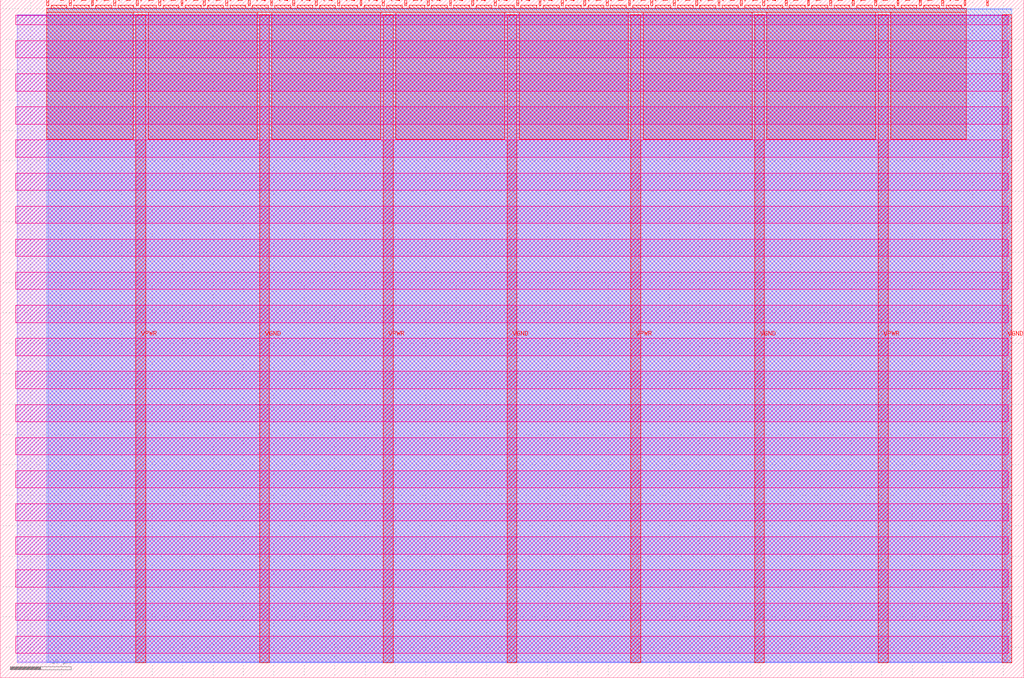
<source format=lef>
VERSION 5.7 ;
  NOWIREEXTENSIONATPIN ON ;
  DIVIDERCHAR "/" ;
  BUSBITCHARS "[]" ;
MACRO tt_um_RELOG_10M_Juan_Garcial
  CLASS BLOCK ;
  FOREIGN tt_um_RELOG_10M_Juan_Garcial ;
  ORIGIN 0.000 0.000 ;
  SIZE 168.360 BY 111.520 ;
  PIN VGND
    DIRECTION INOUT ;
    USE GROUND ;
    PORT
      LAYER met4 ;
        RECT 42.670 2.480 44.270 109.040 ;
    END
    PORT
      LAYER met4 ;
        RECT 83.380 2.480 84.980 109.040 ;
    END
    PORT
      LAYER met4 ;
        RECT 124.090 2.480 125.690 109.040 ;
    END
    PORT
      LAYER met4 ;
        RECT 164.800 2.480 166.400 109.040 ;
    END
  END VGND
  PIN VPWR
    DIRECTION INOUT ;
    USE POWER ;
    PORT
      LAYER met4 ;
        RECT 22.315 2.480 23.915 109.040 ;
    END
    PORT
      LAYER met4 ;
        RECT 63.025 2.480 64.625 109.040 ;
    END
    PORT
      LAYER met4 ;
        RECT 103.735 2.480 105.335 109.040 ;
    END
    PORT
      LAYER met4 ;
        RECT 144.445 2.480 146.045 109.040 ;
    END
  END VPWR
  PIN clk
    DIRECTION INPUT ;
    USE SIGNAL ;
    ANTENNAGATEAREA 0.852000 ;
    PORT
      LAYER met4 ;
        RECT 158.550 110.520 158.850 111.520 ;
    END
  END clk
  PIN ena
    DIRECTION INPUT ;
    USE SIGNAL ;
    PORT
      LAYER met4 ;
        RECT 162.230 110.520 162.530 111.520 ;
    END
  END ena
  PIN rst_n
    DIRECTION INPUT ;
    USE SIGNAL ;
    ANTENNAGATEAREA 0.196500 ;
    PORT
      LAYER met4 ;
        RECT 154.870 110.520 155.170 111.520 ;
    END
  END rst_n
  PIN ui_in[0]
    DIRECTION INPUT ;
    USE SIGNAL ;
    ANTENNAGATEAREA 0.213000 ;
    PORT
      LAYER met4 ;
        RECT 151.190 110.520 151.490 111.520 ;
    END
  END ui_in[0]
  PIN ui_in[1]
    DIRECTION INPUT ;
    USE SIGNAL ;
    ANTENNAGATEAREA 0.213000 ;
    PORT
      LAYER met4 ;
        RECT 147.510 110.520 147.810 111.520 ;
    END
  END ui_in[1]
  PIN ui_in[2]
    DIRECTION INPUT ;
    USE SIGNAL ;
    ANTENNAGATEAREA 0.196500 ;
    PORT
      LAYER met4 ;
        RECT 143.830 110.520 144.130 111.520 ;
    END
  END ui_in[2]
  PIN ui_in[3]
    DIRECTION INPUT ;
    USE SIGNAL ;
    ANTENNAGATEAREA 0.196500 ;
    PORT
      LAYER met4 ;
        RECT 140.150 110.520 140.450 111.520 ;
    END
  END ui_in[3]
  PIN ui_in[4]
    DIRECTION INPUT ;
    USE SIGNAL ;
    PORT
      LAYER met4 ;
        RECT 136.470 110.520 136.770 111.520 ;
    END
  END ui_in[4]
  PIN ui_in[5]
    DIRECTION INPUT ;
    USE SIGNAL ;
    PORT
      LAYER met4 ;
        RECT 132.790 110.520 133.090 111.520 ;
    END
  END ui_in[5]
  PIN ui_in[6]
    DIRECTION INPUT ;
    USE SIGNAL ;
    PORT
      LAYER met4 ;
        RECT 129.110 110.520 129.410 111.520 ;
    END
  END ui_in[6]
  PIN ui_in[7]
    DIRECTION INPUT ;
    USE SIGNAL ;
    PORT
      LAYER met4 ;
        RECT 125.430 110.520 125.730 111.520 ;
    END
  END ui_in[7]
  PIN uio_in[0]
    DIRECTION INPUT ;
    USE SIGNAL ;
    PORT
      LAYER met4 ;
        RECT 121.750 110.520 122.050 111.520 ;
    END
  END uio_in[0]
  PIN uio_in[1]
    DIRECTION INPUT ;
    USE SIGNAL ;
    PORT
      LAYER met4 ;
        RECT 118.070 110.520 118.370 111.520 ;
    END
  END uio_in[1]
  PIN uio_in[2]
    DIRECTION INPUT ;
    USE SIGNAL ;
    PORT
      LAYER met4 ;
        RECT 114.390 110.520 114.690 111.520 ;
    END
  END uio_in[2]
  PIN uio_in[3]
    DIRECTION INPUT ;
    USE SIGNAL ;
    PORT
      LAYER met4 ;
        RECT 110.710 110.520 111.010 111.520 ;
    END
  END uio_in[3]
  PIN uio_in[4]
    DIRECTION INPUT ;
    USE SIGNAL ;
    PORT
      LAYER met4 ;
        RECT 107.030 110.520 107.330 111.520 ;
    END
  END uio_in[4]
  PIN uio_in[5]
    DIRECTION INPUT ;
    USE SIGNAL ;
    PORT
      LAYER met4 ;
        RECT 103.350 110.520 103.650 111.520 ;
    END
  END uio_in[5]
  PIN uio_in[6]
    DIRECTION INPUT ;
    USE SIGNAL ;
    PORT
      LAYER met4 ;
        RECT 99.670 110.520 99.970 111.520 ;
    END
  END uio_in[6]
  PIN uio_in[7]
    DIRECTION INPUT ;
    USE SIGNAL ;
    PORT
      LAYER met4 ;
        RECT 95.990 110.520 96.290 111.520 ;
    END
  END uio_in[7]
  PIN uio_oe[0]
    DIRECTION OUTPUT TRISTATE ;
    USE SIGNAL ;
    PORT
      LAYER met4 ;
        RECT 33.430 110.520 33.730 111.520 ;
    END
  END uio_oe[0]
  PIN uio_oe[1]
    DIRECTION OUTPUT TRISTATE ;
    USE SIGNAL ;
    PORT
      LAYER met4 ;
        RECT 29.750 110.520 30.050 111.520 ;
    END
  END uio_oe[1]
  PIN uio_oe[2]
    DIRECTION OUTPUT TRISTATE ;
    USE SIGNAL ;
    PORT
      LAYER met4 ;
        RECT 26.070 110.520 26.370 111.520 ;
    END
  END uio_oe[2]
  PIN uio_oe[3]
    DIRECTION OUTPUT TRISTATE ;
    USE SIGNAL ;
    PORT
      LAYER met4 ;
        RECT 22.390 110.520 22.690 111.520 ;
    END
  END uio_oe[3]
  PIN uio_oe[4]
    DIRECTION OUTPUT TRISTATE ;
    USE SIGNAL ;
    PORT
      LAYER met4 ;
        RECT 18.710 110.520 19.010 111.520 ;
    END
  END uio_oe[4]
  PIN uio_oe[5]
    DIRECTION OUTPUT TRISTATE ;
    USE SIGNAL ;
    PORT
      LAYER met4 ;
        RECT 15.030 110.520 15.330 111.520 ;
    END
  END uio_oe[5]
  PIN uio_oe[6]
    DIRECTION OUTPUT TRISTATE ;
    USE SIGNAL ;
    PORT
      LAYER met4 ;
        RECT 11.350 110.520 11.650 111.520 ;
    END
  END uio_oe[6]
  PIN uio_oe[7]
    DIRECTION OUTPUT TRISTATE ;
    USE SIGNAL ;
    PORT
      LAYER met4 ;
        RECT 7.670 110.520 7.970 111.520 ;
    END
  END uio_oe[7]
  PIN uio_out[0]
    DIRECTION OUTPUT TRISTATE ;
    USE SIGNAL ;
    PORT
      LAYER met4 ;
        RECT 62.870 110.520 63.170 111.520 ;
    END
  END uio_out[0]
  PIN uio_out[1]
    DIRECTION OUTPUT TRISTATE ;
    USE SIGNAL ;
    PORT
      LAYER met4 ;
        RECT 59.190 110.520 59.490 111.520 ;
    END
  END uio_out[1]
  PIN uio_out[2]
    DIRECTION OUTPUT TRISTATE ;
    USE SIGNAL ;
    PORT
      LAYER met4 ;
        RECT 55.510 110.520 55.810 111.520 ;
    END
  END uio_out[2]
  PIN uio_out[3]
    DIRECTION OUTPUT TRISTATE ;
    USE SIGNAL ;
    PORT
      LAYER met4 ;
        RECT 51.830 110.520 52.130 111.520 ;
    END
  END uio_out[3]
  PIN uio_out[4]
    DIRECTION OUTPUT TRISTATE ;
    USE SIGNAL ;
    PORT
      LAYER met4 ;
        RECT 48.150 110.520 48.450 111.520 ;
    END
  END uio_out[4]
  PIN uio_out[5]
    DIRECTION OUTPUT TRISTATE ;
    USE SIGNAL ;
    PORT
      LAYER met4 ;
        RECT 44.470 110.520 44.770 111.520 ;
    END
  END uio_out[5]
  PIN uio_out[6]
    DIRECTION OUTPUT TRISTATE ;
    USE SIGNAL ;
    PORT
      LAYER met4 ;
        RECT 40.790 110.520 41.090 111.520 ;
    END
  END uio_out[6]
  PIN uio_out[7]
    DIRECTION OUTPUT TRISTATE ;
    USE SIGNAL ;
    PORT
      LAYER met4 ;
        RECT 37.110 110.520 37.410 111.520 ;
    END
  END uio_out[7]
  PIN uo_out[0]
    DIRECTION OUTPUT TRISTATE ;
    USE SIGNAL ;
    ANTENNADIFFAREA 0.795200 ;
    PORT
      LAYER met4 ;
        RECT 92.310 110.520 92.610 111.520 ;
    END
  END uo_out[0]
  PIN uo_out[1]
    DIRECTION OUTPUT TRISTATE ;
    USE SIGNAL ;
    ANTENNADIFFAREA 0.445500 ;
    PORT
      LAYER met4 ;
        RECT 88.630 110.520 88.930 111.520 ;
    END
  END uo_out[1]
  PIN uo_out[2]
    DIRECTION OUTPUT TRISTATE ;
    USE SIGNAL ;
    ANTENNAGATEAREA 2.115000 ;
    ANTENNADIFFAREA 0.891000 ;
    PORT
      LAYER met4 ;
        RECT 84.950 110.520 85.250 111.520 ;
    END
  END uo_out[2]
  PIN uo_out[3]
    DIRECTION OUTPUT TRISTATE ;
    USE SIGNAL ;
    ANTENNAGATEAREA 2.236500 ;
    ANTENNADIFFAREA 0.891000 ;
    PORT
      LAYER met4 ;
        RECT 81.270 110.520 81.570 111.520 ;
    END
  END uo_out[3]
  PIN uo_out[4]
    DIRECTION OUTPUT TRISTATE ;
    USE SIGNAL ;
    ANTENNAGATEAREA 2.110500 ;
    ANTENNADIFFAREA 0.891000 ;
    PORT
      LAYER met4 ;
        RECT 77.590 110.520 77.890 111.520 ;
    END
  END uo_out[4]
  PIN uo_out[5]
    DIRECTION OUTPUT TRISTATE ;
    USE SIGNAL ;
    ANTENNAGATEAREA 1.498500 ;
    ANTENNADIFFAREA 0.891000 ;
    PORT
      LAYER met4 ;
        RECT 73.910 110.520 74.210 111.520 ;
    END
  END uo_out[5]
  PIN uo_out[6]
    DIRECTION OUTPUT TRISTATE ;
    USE SIGNAL ;
    ANTENNAGATEAREA 1.129500 ;
    ANTENNADIFFAREA 0.891000 ;
    PORT
      LAYER met4 ;
        RECT 70.230 110.520 70.530 111.520 ;
    END
  END uo_out[6]
  PIN uo_out[7]
    DIRECTION OUTPUT TRISTATE ;
    USE SIGNAL ;
    ANTENNAGATEAREA 1.377000 ;
    ANTENNADIFFAREA 0.891000 ;
    PORT
      LAYER met4 ;
        RECT 66.550 110.520 66.850 111.520 ;
    END
  END uo_out[7]
  OBS
      LAYER nwell ;
        RECT 2.570 107.385 165.790 108.990 ;
        RECT 2.570 101.945 165.790 104.775 ;
        RECT 2.570 96.505 165.790 99.335 ;
        RECT 2.570 91.065 165.790 93.895 ;
        RECT 2.570 85.625 165.790 88.455 ;
        RECT 2.570 80.185 165.790 83.015 ;
        RECT 2.570 74.745 165.790 77.575 ;
        RECT 2.570 69.305 165.790 72.135 ;
        RECT 2.570 63.865 165.790 66.695 ;
        RECT 2.570 58.425 165.790 61.255 ;
        RECT 2.570 52.985 165.790 55.815 ;
        RECT 2.570 47.545 165.790 50.375 ;
        RECT 2.570 42.105 165.790 44.935 ;
        RECT 2.570 36.665 165.790 39.495 ;
        RECT 2.570 31.225 165.790 34.055 ;
        RECT 2.570 25.785 165.790 28.615 ;
        RECT 2.570 20.345 165.790 23.175 ;
        RECT 2.570 14.905 165.790 17.735 ;
        RECT 2.570 9.465 165.790 12.295 ;
        RECT 2.570 4.025 165.790 6.855 ;
      LAYER li1 ;
        RECT 2.760 2.635 165.600 108.885 ;
      LAYER met1 ;
        RECT 2.760 2.480 166.400 109.040 ;
      LAYER met2 ;
        RECT 7.910 2.535 166.370 110.005 ;
      LAYER met3 ;
        RECT 7.630 2.555 166.390 109.985 ;
      LAYER met4 ;
        RECT 8.370 110.120 10.950 110.650 ;
        RECT 12.050 110.120 14.630 110.650 ;
        RECT 15.730 110.120 18.310 110.650 ;
        RECT 19.410 110.120 21.990 110.650 ;
        RECT 23.090 110.120 25.670 110.650 ;
        RECT 26.770 110.120 29.350 110.650 ;
        RECT 30.450 110.120 33.030 110.650 ;
        RECT 34.130 110.120 36.710 110.650 ;
        RECT 37.810 110.120 40.390 110.650 ;
        RECT 41.490 110.120 44.070 110.650 ;
        RECT 45.170 110.120 47.750 110.650 ;
        RECT 48.850 110.120 51.430 110.650 ;
        RECT 52.530 110.120 55.110 110.650 ;
        RECT 56.210 110.120 58.790 110.650 ;
        RECT 59.890 110.120 62.470 110.650 ;
        RECT 63.570 110.120 66.150 110.650 ;
        RECT 67.250 110.120 69.830 110.650 ;
        RECT 70.930 110.120 73.510 110.650 ;
        RECT 74.610 110.120 77.190 110.650 ;
        RECT 78.290 110.120 80.870 110.650 ;
        RECT 81.970 110.120 84.550 110.650 ;
        RECT 85.650 110.120 88.230 110.650 ;
        RECT 89.330 110.120 91.910 110.650 ;
        RECT 93.010 110.120 95.590 110.650 ;
        RECT 96.690 110.120 99.270 110.650 ;
        RECT 100.370 110.120 102.950 110.650 ;
        RECT 104.050 110.120 106.630 110.650 ;
        RECT 107.730 110.120 110.310 110.650 ;
        RECT 111.410 110.120 113.990 110.650 ;
        RECT 115.090 110.120 117.670 110.650 ;
        RECT 118.770 110.120 121.350 110.650 ;
        RECT 122.450 110.120 125.030 110.650 ;
        RECT 126.130 110.120 128.710 110.650 ;
        RECT 129.810 110.120 132.390 110.650 ;
        RECT 133.490 110.120 136.070 110.650 ;
        RECT 137.170 110.120 139.750 110.650 ;
        RECT 140.850 110.120 143.430 110.650 ;
        RECT 144.530 110.120 147.110 110.650 ;
        RECT 148.210 110.120 150.790 110.650 ;
        RECT 151.890 110.120 154.470 110.650 ;
        RECT 155.570 110.120 158.150 110.650 ;
        RECT 7.655 109.440 158.865 110.120 ;
        RECT 7.655 88.575 21.915 109.440 ;
        RECT 24.315 88.575 42.270 109.440 ;
        RECT 44.670 88.575 62.625 109.440 ;
        RECT 65.025 88.575 82.980 109.440 ;
        RECT 85.380 88.575 103.335 109.440 ;
        RECT 105.735 88.575 123.690 109.440 ;
        RECT 126.090 88.575 144.045 109.440 ;
        RECT 146.445 88.575 158.865 109.440 ;
  END
END tt_um_RELOG_10M_Juan_Garcial
END LIBRARY


</source>
